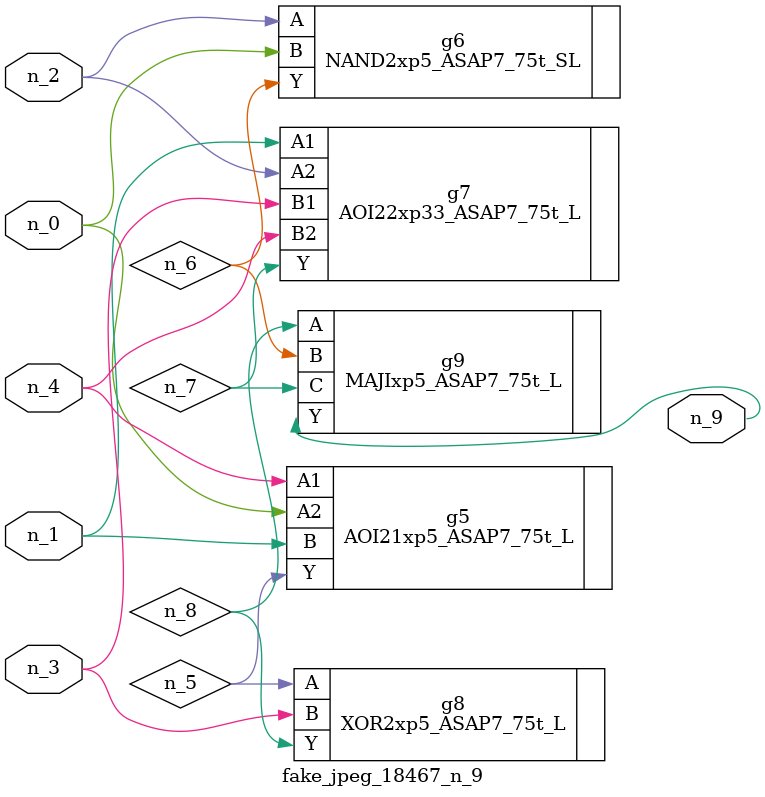
<source format=v>
module fake_jpeg_18467_n_9 (n_3, n_2, n_1, n_0, n_4, n_9);

input n_3;
input n_2;
input n_1;
input n_0;
input n_4;

output n_9;

wire n_8;
wire n_6;
wire n_5;
wire n_7;

AOI21xp5_ASAP7_75t_L g5 ( 
.A1(n_4),
.A2(n_0),
.B(n_1),
.Y(n_5)
);

NAND2xp5_ASAP7_75t_SL g6 ( 
.A(n_2),
.B(n_0),
.Y(n_6)
);

AOI22xp33_ASAP7_75t_L g7 ( 
.A1(n_1),
.A2(n_2),
.B1(n_3),
.B2(n_4),
.Y(n_7)
);

XOR2xp5_ASAP7_75t_L g8 ( 
.A(n_5),
.B(n_3),
.Y(n_8)
);

MAJIxp5_ASAP7_75t_L g9 ( 
.A(n_8),
.B(n_6),
.C(n_7),
.Y(n_9)
);


endmodule
</source>
